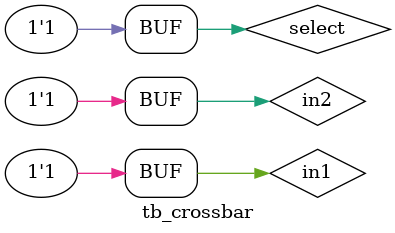
<source format=v>
`timescale 1ns / 100ps
module tb_crossbar();

reg in1,in2, select;
wire out1,out2;

crossbar_strutural cross(
        .in1(in1),
        .in2(in2), 
        .select(select),
        .out1(out1), 
        .out2(out2)
);


initial begin
    in1 = 1'b0;
    in2 = 1'b0;
    select = 1'b0;

    #10 in1 = 1'b1;
    in2 = 1'b0;
    select = 1'b0;

    #10 in1 = 1'b0;
    in2 = 1'b1;
    select = 1'b0;

    #10 in1 = 1'b1;
    in2 = 1'b1;
    select = 1'b0;

    #10 in1 = 1'b0;
    in2 = 1'b0;
    select = 1'b1;


    #10 in1 = 1'b1;
    in2 = 1'b0;
    select = 1'b1;

    #10 in1 = 1'b0;
    in2 = 1'b1;
    select = 1'b1;

    #10 in1 = 1'b1;
    in2 = 1'b1;
    select = 1'b1;


    
end

endmodule
</source>
